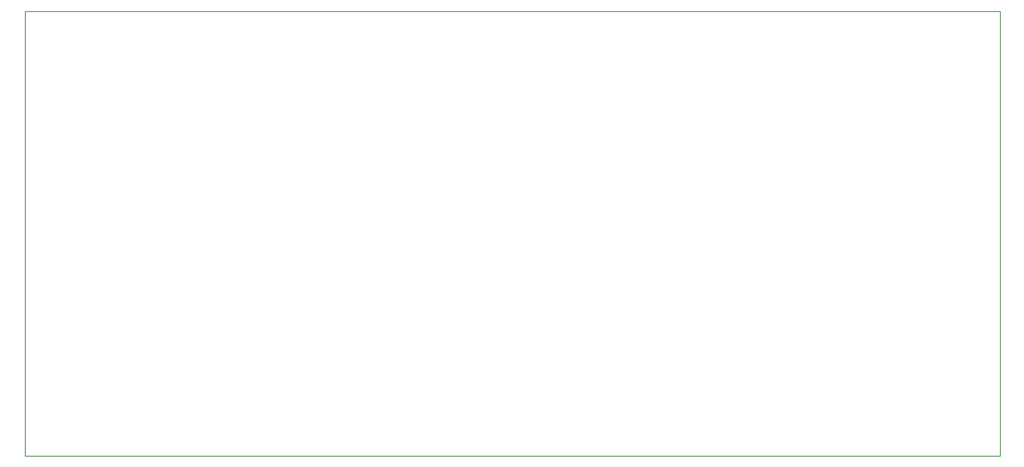
<source format=gbr>
G04 #@! TF.GenerationSoftware,KiCad,Pcbnew,(5.1.5)-3*
G04 #@! TF.CreationDate,2020-01-24T15:28:57-05:00*
G04 #@! TF.ProjectId,chroma,6368726f-6d61-42e6-9b69-6361645f7063,v01*
G04 #@! TF.SameCoordinates,Original*
G04 #@! TF.FileFunction,Profile,NP*
%FSLAX46Y46*%
G04 Gerber Fmt 4.6, Leading zero omitted, Abs format (unit mm)*
G04 Created by KiCad (PCBNEW (5.1.5)-3) date 2020-01-24 15:28:57*
%MOMM*%
%LPD*%
G04 APERTURE LIST*
%ADD10C,0.050000*%
G04 APERTURE END LIST*
D10*
X-90170000Y-163830000D02*
X-90170000Y-116840000D01*
X-88900000Y-163830000D02*
X-90170000Y-163830000D01*
X12700000Y-163830000D02*
X-88900000Y-163830000D01*
X12700000Y-116840000D02*
X12700000Y-163830000D01*
X-90170000Y-116840000D02*
X12700000Y-116840000D01*
M02*

</source>
